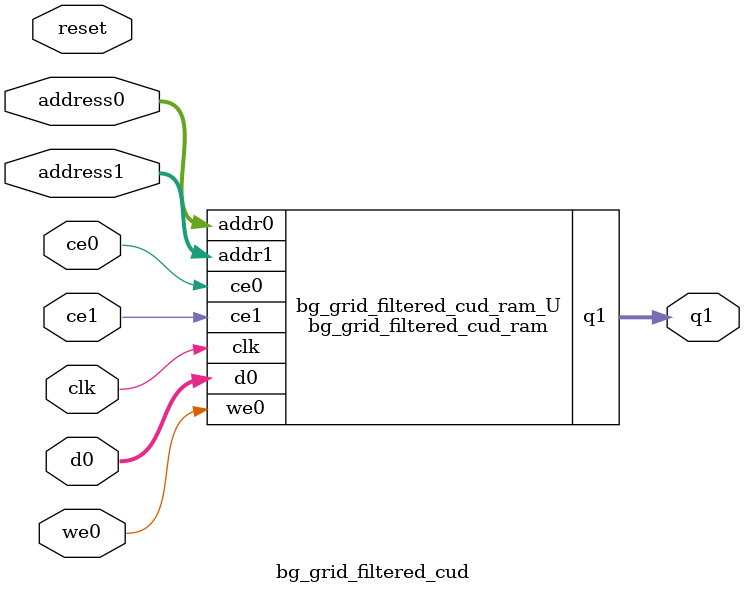
<source format=v>
`timescale 1 ns / 1 ps
module bg_grid_filtered_cud_ram (addr0, ce0, d0, we0, addr1, ce1, q1,  clk);

parameter DWIDTH = 48;
parameter AWIDTH = 8;
parameter MEM_SIZE = 161;

input[AWIDTH-1:0] addr0;
input ce0;
input[DWIDTH-1:0] d0;
input we0;
input[AWIDTH-1:0] addr1;
input ce1;
output reg[DWIDTH-1:0] q1;
input clk;

(* ram_style = "block" *)reg [DWIDTH-1:0] ram[0:MEM_SIZE-1];




always @(posedge clk)  
begin 
    if (ce0) begin
        if (we0) 
            ram[addr0] <= d0; 
    end
end


always @(posedge clk)  
begin 
    if (ce1) begin
        q1 <= ram[addr1];
    end
end


endmodule

`timescale 1 ns / 1 ps
module bg_grid_filtered_cud(
    reset,
    clk,
    address0,
    ce0,
    we0,
    d0,
    address1,
    ce1,
    q1);

parameter DataWidth = 32'd48;
parameter AddressRange = 32'd161;
parameter AddressWidth = 32'd8;
input reset;
input clk;
input[AddressWidth - 1:0] address0;
input ce0;
input we0;
input[DataWidth - 1:0] d0;
input[AddressWidth - 1:0] address1;
input ce1;
output[DataWidth - 1:0] q1;



bg_grid_filtered_cud_ram bg_grid_filtered_cud_ram_U(
    .clk( clk ),
    .addr0( address0 ),
    .ce0( ce0 ),
    .we0( we0 ),
    .d0( d0 ),
    .addr1( address1 ),
    .ce1( ce1 ),
    .q1( q1 ));

endmodule


</source>
